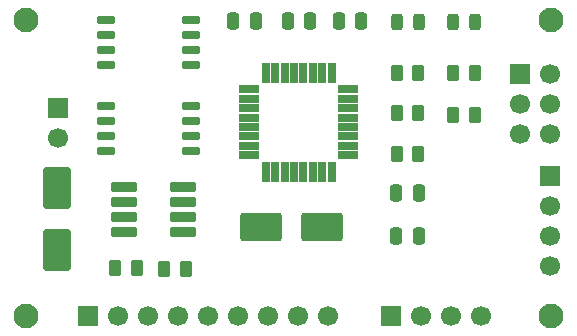
<source format=gts>
%TF.GenerationSoftware,KiCad,Pcbnew,9.0.5*%
%TF.CreationDate,2025-10-30T12:00:21+09:00*%
%TF.ProjectId,MCU_Datalogger,4d43555f-4461-4746-916c-6f676765722e,1*%
%TF.SameCoordinates,Original*%
%TF.FileFunction,Soldermask,Top*%
%TF.FilePolarity,Negative*%
%FSLAX46Y46*%
G04 Gerber Fmt 4.6, Leading zero omitted, Abs format (unit mm)*
G04 Created by KiCad (PCBNEW 9.0.5) date 2025-10-30 12:00:21*
%MOMM*%
%LPD*%
G01*
G04 APERTURE LIST*
G04 Aperture macros list*
%AMRoundRect*
0 Rectangle with rounded corners*
0 $1 Rounding radius*
0 $2 $3 $4 $5 $6 $7 $8 $9 X,Y pos of 4 corners*
0 Add a 4 corners polygon primitive as box body*
4,1,4,$2,$3,$4,$5,$6,$7,$8,$9,$2,$3,0*
0 Add four circle primitives for the rounded corners*
1,1,$1+$1,$2,$3*
1,1,$1+$1,$4,$5*
1,1,$1+$1,$6,$7*
1,1,$1+$1,$8,$9*
0 Add four rect primitives between the rounded corners*
20,1,$1+$1,$2,$3,$4,$5,0*
20,1,$1+$1,$4,$5,$6,$7,0*
20,1,$1+$1,$6,$7,$8,$9,0*
20,1,$1+$1,$8,$9,$2,$3,0*%
G04 Aperture macros list end*
%ADD10RoundRect,0.094250X-0.282750X-0.742750X0.282750X-0.742750X0.282750X0.742750X-0.282750X0.742750X0*%
%ADD11RoundRect,0.094250X-0.742750X-0.282750X0.742750X-0.282750X0.742750X0.282750X-0.742750X0.282750X0*%
%ADD12RoundRect,0.250000X-0.250000X-0.475000X0.250000X-0.475000X0.250000X0.475000X-0.250000X0.475000X0*%
%ADD13RoundRect,0.243750X-0.243750X-0.456250X0.243750X-0.456250X0.243750X0.456250X-0.243750X0.456250X0*%
%ADD14C,2.100000*%
%ADD15R,1.700000X1.700000*%
%ADD16C,1.700000*%
%ADD17RoundRect,0.099250X-0.987750X-0.297750X0.987750X-0.297750X0.987750X0.297750X-0.987750X0.297750X0*%
%ADD18RoundRect,0.250000X-0.262500X-0.450000X0.262500X-0.450000X0.262500X0.450000X-0.262500X0.450000X0*%
%ADD19RoundRect,0.150000X-0.650000X-0.150000X0.650000X-0.150000X0.650000X0.150000X-0.650000X0.150000X0*%
%ADD20RoundRect,0.250000X0.250000X0.475000X-0.250000X0.475000X-0.250000X-0.475000X0.250000X-0.475000X0*%
%ADD21RoundRect,0.250000X0.262500X0.450000X-0.262500X0.450000X-0.262500X-0.450000X0.262500X-0.450000X0*%
%ADD22RoundRect,0.250001X1.499999X0.949999X-1.499999X0.949999X-1.499999X-0.949999X1.499999X-0.949999X0*%
%ADD23RoundRect,0.250001X0.949999X-1.499999X0.949999X1.499999X-0.949999X1.499999X-0.949999X-1.499999X0*%
G04 APERTURE END LIST*
D10*
%TO.C,U4*%
X158959500Y-66456000D03*
X159759500Y-66456000D03*
X160559500Y-66456000D03*
X161359500Y-66456000D03*
X162159500Y-66456000D03*
X162959500Y-66456000D03*
X163759500Y-66456000D03*
X164559500Y-66456000D03*
D11*
X165929500Y-67826000D03*
X165929500Y-68626000D03*
X165929500Y-69426000D03*
X165929500Y-70226000D03*
X165929500Y-71026000D03*
X165929500Y-71826000D03*
X165929500Y-72626000D03*
X165929500Y-73426000D03*
D10*
X164559500Y-74796000D03*
X163759500Y-74796000D03*
X162959500Y-74796000D03*
X162159500Y-74796000D03*
X161359500Y-74796000D03*
X160559500Y-74796000D03*
X159759500Y-74796000D03*
X158959500Y-74796000D03*
D11*
X157589500Y-73426000D03*
X157589500Y-72626000D03*
X157589500Y-71826000D03*
X157589500Y-71026000D03*
X157589500Y-70226000D03*
X157589500Y-69426000D03*
X157589500Y-68626000D03*
X157589500Y-67826000D03*
%TD*%
D12*
%TO.C,C5*%
X165167000Y-62088000D03*
X167067000Y-62088000D03*
%TD*%
D13*
%TO.C,D2*%
X170049000Y-62103000D03*
X171924000Y-62103000D03*
%TD*%
D14*
%TO.C,H1*%
X138684000Y-61976000D03*
%TD*%
%TO.C,H2*%
X138684000Y-86995000D03*
%TD*%
%TO.C,H3*%
X183134000Y-61976000D03*
%TD*%
%TO.C,H4*%
X183134000Y-86995000D03*
%TD*%
D15*
%TO.C,J3*%
X169607000Y-86995000D03*
D16*
X172147000Y-86995000D03*
X174687000Y-86995000D03*
X177227000Y-86995000D03*
%TD*%
D17*
%TO.C,U2*%
X147004000Y-76073000D03*
X147004000Y-77343000D03*
X147004000Y-78613000D03*
X147004000Y-79883000D03*
X151954000Y-79883000D03*
X151954000Y-78613000D03*
X151954000Y-77343000D03*
X151954000Y-76073000D03*
%TD*%
D18*
%TO.C,R7*%
X170054000Y-66421000D03*
X171879000Y-66421000D03*
%TD*%
D19*
%TO.C,U1*%
X145424000Y-69215000D03*
X145424000Y-70485000D03*
X145424000Y-71755000D03*
X145424000Y-73025000D03*
X152624000Y-73025000D03*
X152624000Y-71755000D03*
X152624000Y-70485000D03*
X152624000Y-69215000D03*
%TD*%
D12*
%TO.C,C1*%
X156211000Y-62088000D03*
X158111000Y-62088000D03*
%TD*%
D20*
%TO.C,C2*%
X171916500Y-76581000D03*
X170016500Y-76581000D03*
%TD*%
D15*
%TO.C,J4*%
X180457000Y-66548000D03*
D16*
X182997000Y-66548000D03*
X180457000Y-69088000D03*
X182997000Y-69088000D03*
X180457000Y-71628000D03*
X182997000Y-71628000D03*
%TD*%
D21*
%TO.C,R4*%
X171879000Y-69850000D03*
X170054000Y-69850000D03*
%TD*%
D22*
%TO.C,Y2*%
X163763000Y-79502000D03*
X158563000Y-79502000D03*
%TD*%
D12*
%TO.C,C3*%
X160849000Y-62088000D03*
X162749000Y-62088000D03*
%TD*%
D15*
%TO.C,J1*%
X183007000Y-75184000D03*
D16*
X183007000Y-77724000D03*
X183007000Y-80264000D03*
X183007000Y-82804000D03*
%TD*%
D20*
%TO.C,C4*%
X171916500Y-80264000D03*
X170016500Y-80264000D03*
%TD*%
D19*
%TO.C,U3*%
X145424000Y-61976000D03*
X145424000Y-63246000D03*
X145424000Y-64516000D03*
X145424000Y-65786000D03*
X152624000Y-65786000D03*
X152624000Y-64516000D03*
X152624000Y-63246000D03*
X152624000Y-61976000D03*
%TD*%
D15*
%TO.C,J2*%
X143953000Y-86995000D03*
D16*
X146493000Y-86995000D03*
X149033000Y-86995000D03*
X151573000Y-86995000D03*
X154113000Y-86995000D03*
X156653000Y-86995000D03*
X159193000Y-86995000D03*
X161733000Y-86995000D03*
X164273000Y-86995000D03*
%TD*%
D13*
%TO.C,D1*%
X174827000Y-62103000D03*
X176702000Y-62103000D03*
%TD*%
D23*
%TO.C,Y1*%
X141286000Y-81407000D03*
X141286000Y-76207000D03*
%TD*%
D18*
%TO.C,R6*%
X174832000Y-69977000D03*
X176657000Y-69977000D03*
%TD*%
%TO.C,R1*%
X146239000Y-82931000D03*
X148064000Y-82931000D03*
%TD*%
D21*
%TO.C,R2*%
X152208000Y-83058000D03*
X150383000Y-83058000D03*
%TD*%
%TO.C,R3*%
X171879000Y-73279000D03*
X170054000Y-73279000D03*
%TD*%
%TO.C,R5*%
X176657000Y-66421000D03*
X174832000Y-66421000D03*
%TD*%
D15*
%TO.C,BAT*%
X141413000Y-69404000D03*
D16*
X141413000Y-71944000D03*
%TD*%
M02*

</source>
